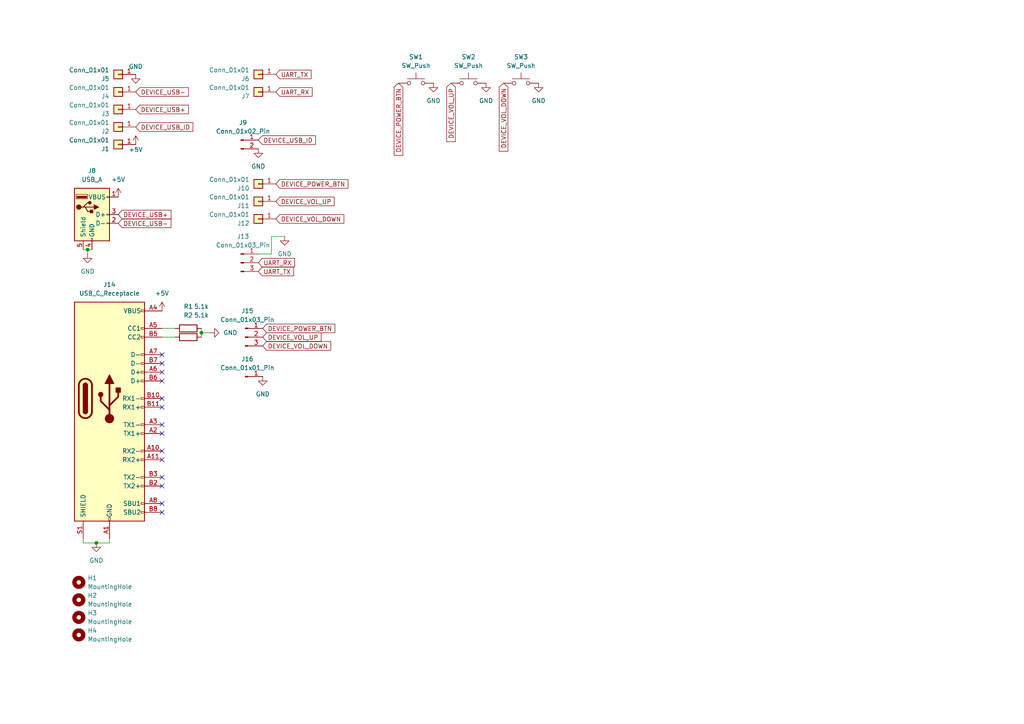
<source format=kicad_sch>
(kicad_sch (version 20250114) (generator "eeschema") (generator_version "9.0")
  (paper "A4")
  (lib_symbols
    (symbol "Connector:Conn_01x01_Pin" (pin_names (offset 1.016) (hide yes))
      (property "Reference" "J" (at 0 2.54 0))
      (property "Value" "Conn_01x01_Pin" (at 0 -2.54 0))
      (symbol "Conn_01x01_Pin_1_1"
        (rectangle (start 0.8636 0.127) (end 0 -0.127) (stroke (width 0.1524)) (fill (type outline)))
        (polyline (pts (xy 1.27 0) (xy 0.8636 0)) (stroke (width 0.1524)))
        (pin passive line (at 5.08 0 180) (length 3.81) (name "Pin_1") (number "1"))
      )
    )
    (symbol "Connector:Conn_01x02_Pin" (pin_names (offset 1.016) (hide yes))
      (property "Reference" "J" (at 0 2.54 0))
      (property "Value" "Conn_01x02_Pin" (at 0 -5.08 0))
      (symbol "Conn_01x02_Pin_1_1"
        (rectangle (start 0.8636 0.127) (end 0 -0.127) (stroke (width 0.1524)) (fill (type outline)))
        (rectangle (start 0.8636 -2.413) (end 0 -2.667) (stroke (width 0.1524)) (fill (type outline)))
        (polyline (pts (xy 1.27 0) (xy 0.8636 0)) (stroke (width 0.1524)))
        (polyline (pts (xy 1.27 -2.54) (xy 0.8636 -2.54)) (stroke (width 0.1524)))
        (pin passive line (at 5.08 0 180) (length 3.81) (name "Pin_1") (number "1"))
        (pin passive line (at 5.08 -2.54 180) (length 3.81) (name "Pin_2") (number "2"))
      )
    )
    (symbol "Connector:Conn_01x03_Pin" (pin_names (offset 1.016) (hide yes))
      (property "Reference" "J" (at 0 5.08 0))
      (property "Value" "Conn_01x03_Pin" (at 0 -5.08 0))
      (symbol "Conn_01x03_Pin_1_1"
        (rectangle (start 0.8636 2.667) (end 0 2.413) (stroke (width 0.1524)) (fill (type outline)))
        (rectangle (start 0.8636 0.127) (end 0 -0.127) (stroke (width 0.1524)) (fill (type outline)))
        (rectangle (start 0.8636 -2.413) (end 0 -2.667) (stroke (width 0.1524)) (fill (type outline)))
        (polyline (pts (xy 1.27 2.54) (xy 0.8636 2.54)) (stroke (width 0.1524)))
        (polyline (pts (xy 1.27 0) (xy 0.8636 0)) (stroke (width 0.1524)))
        (polyline (pts (xy 1.27 -2.54) (xy 0.8636 -2.54)) (stroke (width 0.1524)))
        (pin passive line (at 5.08 2.54 180) (length 3.81) (name "Pin_1") (number "1"))
        (pin passive line (at 5.08 0 180) (length 3.81) (name "Pin_2") (number "2"))
        (pin passive line (at 5.08 -2.54 180) (length 3.81) (name "Pin_3") (number "3"))
      )
    )
    (symbol "Connector:USB_A" (pin_names (offset 1.016))
      (property "Reference" "J" (at -5.08 11.43 0))
      (property "Value" "USB_A" (at -5.08 8.89 0))
      (symbol "USB_A_0_1"
        (rectangle (start -5.08 -7.62) (end 5.08 7.62) (stroke (width 0.254)) (fill (type background)))
        (circle (center -3.81 2.159) (radius 0.635) (stroke (width 0.254)) (fill (type outline)))
        (polyline (pts (xy -3.175 2.159) (xy -2.54 2.159) (xy -1.27 3.429) (xy -0.635 3.429)) (stroke (width 0.254)))
        (polyline (pts (xy -2.54 2.159) (xy -1.905 2.159) (xy -1.27 0.889) (xy 0 0.889)) (stroke (width 0.254)))
        (rectangle (start -1.524 4.826) (end -4.318 5.334) (fill (type outline)))
        (rectangle (start -1.27 4.572) (end -4.572 5.842))
        (circle (center -0.635 3.429) (radius 0.381) (stroke (width 0.254)) (fill (type outline)))
        (rectangle (start -0.127 -7.62) (end 0.127 -6.858))
        (rectangle (start 0.254 1.27) (end -0.508 0.508) (stroke (width 0.254)) (fill (type outline)))
        (polyline (pts (xy 0.635 2.794) (xy 0.635 1.524) (xy 1.905 2.159) (xy 0.635 2.794)) (stroke (width 0.254)) (fill (type outline)))
        (rectangle (start 5.08 4.953) (end 4.318 5.207))
        (rectangle (start 5.08 -0.127) (end 4.318 0.127))
        (rectangle (start 5.08 -2.667) (end 4.318 -2.413))
      )
      (symbol "USB_A_1_1"
        (polyline (pts (xy -1.905 2.159) (xy 0.635 2.159)) (stroke (width 0.254)))
        (pin passive line (at -2.54 -10.16 90) (length 2.54) (name "Shield") (number "5"))
        (pin power_in line (at 0 -10.16 90) (length 2.54) (name "GND") (number "4"))
        (pin power_in line (at 7.62 5.08 180) (length 2.54) (name "VBUS") (number "1"))
        (pin bidirectional line (at 7.62 0 180) (length 2.54) (name "D+") (number "3"))
        (pin bidirectional line (at 7.62 -2.54 180) (length 2.54) (name "D-") (number "2"))
      )
    )
    (symbol "Connector:USB_C_Receptacle" (pin_names (offset 1.016))
      (property "Reference" "J" (at -10.16 29.21 0))
      (property "Value" "USB_C_Receptacle" (at 10.16 29.21 0))
      (symbol "USB_C_Receptacle_0_0"
        (rectangle (start -0.254 -35.56) (end 0.254 -34.544))
        (rectangle (start 10.16 25.654) (end 9.144 25.146))
        (rectangle (start 10.16 20.574) (end 9.144 20.066))
        (rectangle (start 10.16 18.034) (end 9.144 17.526))
        (rectangle (start 10.16 12.954) (end 9.144 12.446))
        (rectangle (start 10.16 10.414) (end 9.144 9.906))
        (rectangle (start 10.16 7.874) (end 9.144 7.366))
        (rectangle (start 10.16 5.334) (end 9.144 4.826))
        (rectangle (start 10.16 0.254) (end 9.144 -0.254))
        (rectangle (start 10.16 -2.286) (end 9.144 -2.794))
        (rectangle (start 10.16 -7.366) (end 9.144 -7.874))
        (rectangle (start 10.16 -9.906) (end 9.144 -10.414))
        (rectangle (start 10.16 -14.986) (end 9.144 -15.494))
        (rectangle (start 10.16 -17.526) (end 9.144 -18.034))
        (rectangle (start 10.16 -22.606) (end 9.144 -23.114))
        (rectangle (start 10.16 -25.146) (end 9.144 -25.654))
        (rectangle (start 10.16 -30.226) (end 9.144 -30.734))
        (rectangle (start 10.16 -32.766) (end 9.144 -33.274))
      )
      (symbol "USB_C_Receptacle_0_1"
        (rectangle (start -10.16 27.94) (end 10.16 -35.56) (stroke (width 0.254)) (fill (type background)))
        (polyline (pts (xy -8.89 -3.81) (xy -8.89 3.81)) (stroke (width 0.508)))
        (rectangle (start -7.62 -3.81) (end -6.35 3.81) (stroke (width 0.254)) (fill (type outline)))
        (arc (start -7.62 3.81) (mid -6.985 4.4423) (end -6.35 3.81) (stroke (width 0.254)))
        (arc (start -7.62 3.81) (mid -6.985 4.4423) (end -6.35 3.81) (stroke (width 0.254)) (fill (type outline)))
        (arc (start -8.89 3.81) (mid -6.985 5.7067) (end -5.08 3.81) (stroke (width 0.508)))
        (arc (start -5.08 -3.81) (mid -6.985 -5.7067) (end -8.89 -3.81) (stroke (width 0.508)))
        (arc (start -6.35 -3.81) (mid -6.985 -4.4423) (end -7.62 -3.81) (stroke (width 0.254)))
        (arc (start -6.35 -3.81) (mid -6.985 -4.4423) (end -7.62 -3.81) (stroke (width 0.254)) (fill (type outline)))
        (polyline (pts (xy -5.08 3.81) (xy -5.08 -3.81)) (stroke (width 0.508)))
      )
      (symbol "USB_C_Receptacle_1_1"
        (circle (center -2.54 1.143) (radius 0.635) (stroke (width 0.254)) (fill (type outline)))
        (polyline (pts (xy -1.27 4.318) (xy 0 6.858) (xy 1.27 4.318) (xy -1.27 4.318)) (stroke (width 0.254)) (fill (type outline)))
        (polyline (pts (xy 0 -2.032) (xy 2.54 0.508) (xy 2.54 1.778)) (stroke (width 0.508)))
        (polyline (pts (xy 0 -3.302) (xy -2.54 -0.762) (xy -2.54 0.508)) (stroke (width 0.508)))
        (polyline (pts (xy 0 -5.842) (xy 0 4.318)) (stroke (width 0.508)))
        (circle (center 0 -5.842) (radius 1.27) (fill (type outline)))
        (rectangle (start 1.905 1.778) (end 3.175 3.048) (stroke (width 0.254)) (fill (type outline)))
        (pin passive line (at -7.62 -40.64 90) (length 5.08) (name "SHIELD") (number "S1"))
        (pin passive line (at 0 -40.64 90) (length 5.08) (name "GND") (number "A1"))
        (pin passive line (at 0 -40.64 90) (length 5.08) (hide yes) (name "GND") (number "A12"))
        (pin passive line (at 0 -40.64 90) (length 5.08) (hide yes) (name "GND") (number "B1"))
        (pin passive line (at 0 -40.64 90) (length 5.08) (hide yes) (name "GND") (number "B12"))
        (pin passive line (at 15.24 25.4 180) (length 5.08) (name "VBUS") (number "A4"))
        (pin passive line (at 15.24 25.4 180) (length 5.08) (hide yes) (name "VBUS") (number "A9"))
        (pin passive line (at 15.24 25.4 180) (length 5.08) (hide yes) (name "VBUS") (number "B4"))
        (pin passive line (at 15.24 25.4 180) (length 5.08) (hide yes) (name "VBUS") (number "B9"))
        (pin bidirectional line (at 15.24 20.32 180) (length 5.08) (name "CC1") (number "A5"))
        (pin bidirectional line (at 15.24 17.78 180) (length 5.08) (name "CC2") (number "B5"))
        (pin bidirectional line (at 15.24 12.7 180) (length 5.08) (name "D-") (number "A7"))
        (pin bidirectional line (at 15.24 10.16 180) (length 5.08) (name "D-") (number "B7"))
        (pin bidirectional line (at 15.24 7.62 180) (length 5.08) (name "D+") (number "A6"))
        (pin bidirectional line (at 15.24 5.08 180) (length 5.08) (name "D+") (number "B6"))
        (pin bidirectional line (at 15.24 0 180) (length 5.08) (name "RX1-") (number "B10"))
        (pin bidirectional line (at 15.24 -2.54 180) (length 5.08) (name "RX1+") (number "B11"))
        (pin bidirectional line (at 15.24 -7.62 180) (length 5.08) (name "TX1-") (number "A3"))
        (pin bidirectional line (at 15.24 -10.16 180) (length 5.08) (name "TX1+") (number "A2"))
        (pin bidirectional line (at 15.24 -15.24 180) (length 5.08) (name "RX2-") (number "A10"))
        (pin bidirectional line (at 15.24 -17.78 180) (length 5.08) (name "RX2+") (number "A11"))
        (pin bidirectional line (at 15.24 -22.86 180) (length 5.08) (name "TX2-") (number "B3"))
        (pin bidirectional line (at 15.24 -25.4 180) (length 5.08) (name "TX2+") (number "B2"))
        (pin bidirectional line (at 15.24 -30.48 180) (length 5.08) (name "SBU1") (number "A8"))
        (pin bidirectional line (at 15.24 -33.02 180) (length 5.08) (name "SBU2") (number "B8"))
      )
    )
    (symbol "Connector_Generic:Conn_01x01" (pin_names (offset 1.016) (hide yes))
      (property "Reference" "J" (at 0 2.54 0))
      (property "Value" "Conn_01x01" (at 0 -2.54 0))
      (symbol "Conn_01x01_1_1"
        (rectangle (start -1.27 1.27) (end 1.27 -1.27) (stroke (width 0.254)) (fill (type background)))
        (rectangle (start -1.27 0.127) (end 0 -0.127) (stroke (width 0.1524)))
        (pin passive line (at -5.08 0 0) (length 3.81) (name "Pin_1") (number "1"))
      )
    )
    (symbol "Device:R" (pin_numbers (hide yes)) (pin_names (offset 0))
      (property "Reference" "R" (at 2.032 0 90))
      (property "Value" "R" (at 0 0 90))
      (symbol "R_0_1"
        (rectangle (start -1.016 -2.54) (end 1.016 2.54) (stroke (width 0.254)))
      )
      (symbol "R_1_1"
        (pin passive line (at 0 3.81 270) (length 1.27) (name "~") (number "1"))
        (pin passive line (at 0 -3.81 90) (length 1.27) (name "~") (number "2"))
      )
    )
    (symbol "Mechanical:MountingHole" (pin_names (offset 1.016)) (in_bom no)
      (property "Reference" "H" (at 0 5.08 0))
      (property "Value" "MountingHole" (at 0 3.175 0))
      (symbol "MountingHole_0_1"
        (circle (center 0 0) (radius 1.27) (stroke (width 1.27)))
      )
    )
    (symbol "Switch:SW_Push" (pin_numbers (hide yes)) (pin_names (offset 1.016) (hide yes))
      (property "Reference" "SW" (at 1.27 2.54 0))
      (property "Value" "SW_Push" (at 0 -1.524 0))
      (symbol "SW_Push_0_1"
        (circle (center -2.032 0) (radius 0.508))
        (polyline (pts (xy 0 1.27) (xy 0 3.048)))
        (circle (center 2.032 0) (radius 0.508))
        (polyline (pts (xy 2.54 1.27) (xy -2.54 1.27)))
        (pin passive line (at -5.08 0 0) (length 2.54) (name "1") (number "1"))
        (pin passive line (at 5.08 0 180) (length 2.54) (name "2") (number "2"))
      )
    )
    (symbol "power:+5V" (power) (pin_numbers (hide yes)) (pin_names (offset 0) (hide yes))
      (property "Value" "+5V" (at 0 3.556 0))
      (symbol "+5V_0_1"
        (polyline (pts (xy -0.762 1.27) (xy 0 2.54)))
        (polyline (pts (xy 0 2.54) (xy 0.762 1.27)))
        (polyline (pts (xy 0 0) (xy 0 2.54)))
      )
      (symbol "+5V_1_1"
        (pin power_in line (at 0 0 90) (length 0) (name "~") (number "1"))
      )
    )
    (symbol "power:GND" (power) (pin_numbers (hide yes)) (pin_names (offset 0) (hide yes))
      (property "Value" "GND" (at 0 -3.81 0))
      (symbol "GND_0_1"
        (polyline (pts (xy 0 0) (xy 0 -1.27) (xy 1.27 -1.27) (xy 0 -2.54) (xy -1.27 -1.27) (xy 0 -1.27)))
      )
      (symbol "GND_1_1"
        (pin power_in line (at 0 0 270) (length 0) (name "~") (number "1"))
      )
    )
  )
  (junction (at 27.94 157.48))
  (junction (at 58.42 96.52))
  (junction (at 25.4 72.39))
  (no_connect (at 46.99 148.59))
  (no_connect (at 46.99 105.41))
  (no_connect (at 46.99 140.97))
  (no_connect (at 46.99 133.35))
  (no_connect (at 46.99 107.95))
  (no_connect (at 46.99 130.81))
  (no_connect (at 46.99 125.73))
  (no_connect (at 46.99 102.87))
  (no_connect (at 46.99 110.49))
  (no_connect (at 46.99 118.11))
  (no_connect (at 46.99 146.05))
  (no_connect (at 46.99 115.57))
  (no_connect (at 46.99 138.43))
  (no_connect (at 46.99 123.19))
  (wire (pts (xy 24.13 157.48) (xy 24.13 156.21)))
  (wire (pts (xy 25.4 72.39) (xy 26.67 72.39)))
  (wire (pts (xy 58.42 96.52) (xy 58.42 97.79)))
  (wire (pts (xy 24.13 72.39) (xy 25.4 72.39)))
  (wire (pts (xy 78.74 68.58) (xy 82.55 68.58)))
  (wire (pts (xy 60.96 96.52) (xy 58.42 96.52)))
  (wire (pts (xy 46.99 95.25) (xy 50.8 95.25)))
  (wire (pts (xy 58.42 96.52) (xy 58.42 95.25)))
  (wire (pts (xy 31.75 156.21) (xy 31.75 157.48)))
  (wire (pts (xy 46.99 97.79) (xy 50.8 97.79)))
  (wire (pts (xy 25.4 72.39) (xy 25.4 73.66)))
  (wire (pts (xy 74.93 73.66) (xy 78.74 73.66)))
  (wire (pts (xy 78.74 73.66) (xy 78.74 68.58)))
  (wire (pts (xy 27.94 157.48) (xy 24.13 157.48)))
  (wire (pts (xy 31.75 157.48) (xy 27.94 157.48)))
  (global_label "UART_TX" (shape input) (at 74.93 78.74 0) (property "Intersheetrefs" "${INTERSHEET_REFS}" (effects (hide yes))))
  (global_label "DEVICE_VOL_UP" (shape input) (at 76.2 97.79 0) (property "Intersheetrefs" "${INTERSHEET_REFS}" (effects (hide yes))))
  (global_label "DEVICE_USB+" (shape input) (at 39.37 31.75 0) (property "Intersheetrefs" "${INTERSHEET_REFS}" (effects (hide yes))))
  (global_label "DEVICE_USB+" (shape input) (at 34.29 62.23 0) (property "Intersheetrefs" "${INTERSHEET_REFS}" (effects (hide yes))))
  (global_label "DEVICE_POWER_BTN" (shape input) (at 80.01 53.34 0) (property "Intersheetrefs" "${INTERSHEET_REFS}" (effects (hide yes))))
  (global_label "DEVICE_VOL_UP" (shape input) (at 80.01 58.42 0) (property "Intersheetrefs" "${INTERSHEET_REFS}" (effects (hide yes))))
  (global_label "UART_RX" (shape input) (at 74.93 76.2 0) (property "Intersheetrefs" "${INTERSHEET_REFS}" (effects (hide yes))))
  (global_label "DEVICE_POWER_BTN" (shape input) (at 76.2 95.25 0) (property "Intersheetrefs" "${INTERSHEET_REFS}" (effects (hide yes))))
  (global_label "DEVICE_VOL_DOWN" (shape input) (at 146.05 24.13 270) (property "Intersheetrefs" "${INTERSHEET_REFS}" (effects (hide yes))))
  (global_label "DEVICE_VOL_DOWN" (shape input) (at 80.01 63.5 0) (property "Intersheetrefs" "${INTERSHEET_REFS}" (effects (hide yes))))
  (global_label "UART_RX" (shape input) (at 80.01 26.67 0) (property "Intersheetrefs" "${INTERSHEET_REFS}" (effects (hide yes))))
  (global_label "DEVICE_USB-" (shape input) (at 39.37 26.67 0) (property "Intersheetrefs" "${INTERSHEET_REFS}" (effects (hide yes))))
  (global_label "DEVICE_VOL_DOWN" (shape input) (at 76.2 100.33 0) (property "Intersheetrefs" "${INTERSHEET_REFS}" (effects (hide yes))))
  (global_label "DEVICE_USB-" (shape input) (at 34.29 64.77 0) (property "Intersheetrefs" "${INTERSHEET_REFS}" (effects (hide yes))))
  (global_label "DEVICE_USB_ID" (shape input) (at 39.37 36.83 0) (property "Intersheetrefs" "${INTERSHEET_REFS}" (effects (hide yes))))
  (global_label "UART_TX" (shape input) (at 80.01 21.59 0) (property "Intersheetrefs" "${INTERSHEET_REFS}" (effects (hide yes))))
  (global_label "DEVICE_VOL_UP" (shape input) (at 130.81 24.13 270) (property "Intersheetrefs" "${INTERSHEET_REFS}" (effects (hide yes))))
  (global_label "DEVICE_USB_ID" (shape input) (at 74.93 40.64 0) (property "Intersheetrefs" "${INTERSHEET_REFS}" (effects (hide yes))))
  (global_label "DEVICE_POWER_BTN" (shape input) (at 115.57 24.13 270) (property "Intersheetrefs" "${INTERSHEET_REFS}" (effects (hide yes))))
  (symbol (lib_id "power:GND") (at 74.93 43.18 0) (unit 1)
    (property "Reference" "#PWR05" (effects (hide yes)))
    (property "Value" "GND" (at 74.93 48.26 0))
    (property "Description" "Power symbol creates a global label with name \"GND\" , ground" (effects (hide yes)))
  )
  (symbol (lib_id "Device:R") (at 54.61 95.25 90) (unit 1)
    (property "Reference" "R1" (at 54.61 88.9 90))
    (property "Value" "5.1k" (at 58.42 88.9 90))
    (property "Footprint" "Resistor_SMD:R_1206_3216Metric_Pad1.30x1.75mm_HandSolder" (effects (hide yes)))
    (property "Description" "Resistor" (effects (hide yes)))
  )
  (symbol (lib_id "power:GND") (at 25.4 73.66 0) (unit 1)
    (property "Reference" "#PWR04" (effects (hide yes)))
    (property "Value" "GND" (at 25.4 78.74 0))
    (property "Description" "Power symbol creates a global label with name \"GND\" , ground" (effects (hide yes)))
  )
  (symbol (lib_id "Mechanical:MountingHole") (at 22.86 168.91 0) (unit 1) (in_bom no)
    (property "Reference" "H1" (at 25.4 167.6399 0) (effects (justify left)))
    (property "Value" "MountingHole" (at 25.4 170.1799 0) (effects (justify left)))
    (property "Footprint" "MountingHole:MountingHole_2.5mm" (effects (hide yes)))
    (property "Description" "Mounting Hole without connection" (effects (hide yes)))
  )
  (symbol (lib_id "power:GND") (at 60.96 96.52 90) (unit 1)
    (property "Reference" "#PWR011" (effects (hide yes)))
    (property "Value" "GND" (at 64.77 96.5199 90) (effects (justify right)))
    (property "Description" "Power symbol creates a global label with name \"GND\" , ground" (effects (hide yes)))
  )
  (symbol (lib_id "Connector:USB_C_Receptacle") (at 31.75 115.57 0) (unit 1)
    (property "Reference" "J14" (at 31.75 82.55 0))
    (property "Value" "USB_C_Receptacle" (at 31.75 85.09 0))
    (property "Footprint" "Connector_USB:USB_C_Receptacle_GCT_USB4105-xx-A_16P_TopMnt_Horizontal" (effects (hide yes)))
    (property "Datasheet" "https://www.usb.org/sites/default/files/documents/usb_type-c.zip" (effects (hide yes)))
    (property "Description" "USB Full-Featured Type-C Receptacle connector" (effects (hide yes)))
  )
  (symbol (lib_id "Connector_Generic:Conn_01x01") (at 74.93 63.5 180) (unit 1)
    (property "Reference" "J12" (at 72.39 64.7701 0) (effects (justify left)))
    (property "Value" "Conn_01x01" (at 72.39 62.2301 0) (effects (justify left)))
    (property "Footprint" "TestPoint:TestPoint_Pad_1.0x1.0mm" (effects (hide yes)))
    (property "Description" "Generic connector, single row, 01x01, script generated (kicad-library-utils/schlib/autogen/connector/)" (effects (hide yes)))
  )
  (symbol (lib_id "Connector:Conn_01x03_Pin") (at 71.12 97.79 0) (unit 1)
    (property "Reference" "J15" (at 71.755 90.17 0))
    (property "Value" "Conn_01x03_Pin" (at 71.755 92.71 0))
    (property "Footprint" "Connector_PinHeader_1.00mm:PinHeader_1x03_P1.00mm_Vertical" (effects (hide yes)))
    (property "Description" "Generic connector, single row, 01x03, script generated" (effects (hide yes)))
  )
  (symbol (lib_id "Connector_Generic:Conn_01x01") (at 34.29 21.59 180) (unit 1)
    (property "Reference" "J5" (at 31.75 22.8601 0) (effects (justify left)))
    (property "Value" "Conn_01x01" (at 31.75 20.3201 0) (effects (justify left)))
    (property "Footprint" "TestPoint:TestPoint_Pad_1.0x1.0mm" (effects (hide yes)))
    (property "Description" "Generic connector, single row, 01x01, script generated (kicad-library-utils/schlib/autogen/connector/)" (effects (hide yes)))
  )
  (symbol (lib_id "Mechanical:MountingHole") (at 22.86 184.15 0) (unit 1) (in_bom no)
    (property "Reference" "H4" (at 25.4 182.8799 0) (effects (justify left)))
    (property "Value" "MountingHole" (at 25.4 185.4199 0) (effects (justify left)))
    (property "Footprint" "MountingHole:MountingHole_2.5mm" (effects (hide yes)))
    (property "Description" "Mounting Hole without connection" (effects (hide yes)))
  )
  (symbol (lib_id "power:GND") (at 140.97 24.13 0) (unit 1)
    (property "Reference" "#PWR07" (effects (hide yes)))
    (property "Value" "GND" (at 140.97 29.21 0))
    (property "Description" "Power symbol creates a global label with name \"GND\" , ground" (effects (hide yes)))
  )
  (symbol (lib_id "Connector:USB_A") (at 26.67 62.23 0) (unit 1)
    (property "Reference" "J8" (at 26.67 49.53 0))
    (property "Value" "USB_A" (at 26.67 52.07 0))
    (property "Footprint" "Connector_USB:USB_A_Kycon_KUSBX-AS1N-B_Horizontal" (effects (hide yes)))
    (property "Description" "USB Type A connector" (effects (hide yes)))
  )
  (symbol (lib_id "Mechanical:MountingHole") (at 22.86 179.07 0) (unit 1) (in_bom no)
    (property "Reference" "H3" (at 25.4 177.7999 0) (effects (justify left)))
    (property "Value" "MountingHole" (at 25.4 180.3399 0) (effects (justify left)))
    (property "Footprint" "MountingHole:MountingHole_2.5mm" (effects (hide yes)))
    (property "Description" "Mounting Hole without connection" (effects (hide yes)))
  )
  (symbol (lib_id "power:+5V") (at 39.37 41.91 0) (unit 1)
    (property "Reference" "#PWR02" (effects (hide yes)))
    (property "Value" "+5V" (at 39.37 43.434 0))
    (property "Description" "Power symbol creates a global label with name \"+5V\"" (effects (hide yes)))
  )
  (symbol (lib_id "Connector:Conn_01x01_Pin") (at 71.12 109.22 0) (unit 1)
    (property "Reference" "J16" (at 71.755 104.14 0))
    (property "Value" "Conn_01x01_Pin" (at 71.755 106.68 0))
    (property "Footprint" "Connector_PinHeader_1.00mm:PinHeader_1x01_P1.00mm_Vertical" (effects (hide yes)))
    (property "Description" "Generic connector, single row, 01x01, script generated" (effects (hide yes)))
  )
  (symbol (lib_id "power:GND") (at 27.94 157.48 0) (unit 1)
    (property "Reference" "#PWR09" (effects (hide yes)))
    (property "Value" "GND" (at 27.94 162.56 0))
    (property "Description" "Power symbol creates a global label with name \"GND\" , ground" (effects (hide yes)))
  )
  (symbol (lib_id "Connector_Generic:Conn_01x01") (at 74.93 21.59 180) (unit 1)
    (property "Reference" "J6" (at 72.39 22.8601 0) (effects (justify left)))
    (property "Value" "Conn_01x01" (at 72.39 20.3201 0) (effects (justify left)))
    (property "Footprint" "TestPoint:TestPoint_Pad_1.0x1.0mm" (effects (hide yes)))
    (property "Description" "Generic connector, single row, 01x01, script generated (kicad-library-utils/schlib/autogen/connector/)" (effects (hide yes)))
  )
  (symbol (lib_id "Switch:SW_Push") (at 120.65 24.13 0) (unit 1)
    (property "Reference" "SW1" (at 120.65 16.51 0))
    (property "Value" "SW_Push" (at 120.65 19.05 0))
    (property "Footprint" "Button_Switch_THT:SW_PUSH-12mm" (effects (hide yes)))
    (property "Description" "Push button switch, generic, two pins" (effects (hide yes)))
  )
  (symbol (lib_id "power:GND") (at 156.21 24.13 0) (unit 1)
    (property "Reference" "#PWR08" (effects (hide yes)))
    (property "Value" "GND" (at 156.21 29.21 0))
    (property "Description" "Power symbol creates a global label with name \"GND\" , ground" (effects (hide yes)))
  )
  (symbol (lib_id "power:GND") (at 76.2 109.22 0) (unit 1)
    (property "Reference" "#PWR013" (effects (hide yes)))
    (property "Value" "GND" (at 76.2 114.3 0))
    (property "Description" "Power symbol creates a global label with name \"GND\" , ground" (effects (hide yes)))
  )
  (symbol (lib_id "Connector:Conn_01x03_Pin") (at 69.85 76.2 0) (unit 1)
    (property "Reference" "J13" (at 70.485 68.58 0))
    (property "Value" "Conn_01x03_Pin" (at 70.485 71.12 0))
    (property "Footprint" "Connector_PinHeader_1.00mm:PinHeader_1x03_P1.00mm_Vertical" (effects (hide yes)))
    (property "Description" "Generic connector, single row, 01x03, script generated" (effects (hide yes)))
  )
  (symbol (lib_id "power:GND") (at 39.37 21.59 0) (unit 1)
    (property "Reference" "#PWR01" (effects (hide yes)))
    (property "Value" "GND" (at 39.37 19.304 0))
    (property "Description" "Power symbol creates a global label with name \"GND\" , ground" (effects (hide yes)))
  )
  (symbol (lib_id "Switch:SW_Push") (at 135.89 24.13 0) (unit 1)
    (property "Reference" "SW2" (at 135.89 16.51 0))
    (property "Value" "SW_Push" (at 135.89 19.05 0))
    (property "Footprint" "Button_Switch_THT:SW_PUSH-12mm" (effects (hide yes)))
    (property "Description" "Push button switch, generic, two pins" (effects (hide yes)))
  )
  (symbol (lib_id "power:GND") (at 125.73 24.13 0) (unit 1)
    (property "Reference" "#PWR06" (effects (hide yes)))
    (property "Value" "GND" (at 125.73 29.21 0))
    (property "Description" "Power symbol creates a global label with name \"GND\" , ground" (effects (hide yes)))
  )
  (symbol (lib_id "Connector_Generic:Conn_01x01") (at 34.29 41.91 180) (unit 1)
    (property "Reference" "J1" (at 31.75 43.1801 0) (effects (justify left)))
    (property "Value" "Conn_01x01" (at 31.75 40.6401 0) (effects (justify left)))
    (property "Footprint" "TestPoint:TestPoint_Pad_1.0x1.0mm" (effects (hide yes)))
    (property "Description" "Generic connector, single row, 01x01, script generated (kicad-library-utils/schlib/autogen/connector/)" (effects (hide yes)))
  )
  (symbol (lib_id "power:+5V") (at 34.29 57.15 0) (unit 1)
    (property "Reference" "#PWR03" (effects (hide yes)))
    (property "Value" "+5V" (at 34.29 52.07 0))
    (property "Description" "Power symbol creates a global label with name \"+5V\"" (effects (hide yes)))
  )
  (symbol (lib_id "power:GND") (at 82.55 68.58 0) (unit 1)
    (property "Reference" "#PWR012" (effects (hide yes)))
    (property "Value" "GND" (at 82.55 73.66 0))
    (property "Description" "Power symbol creates a global label with name \"GND\" , ground" (effects (hide yes)))
  )
  (symbol (lib_id "Connector_Generic:Conn_01x01") (at 34.29 31.75 180) (unit 1)
    (property "Reference" "J3" (at 31.75 33.0201 0) (effects (justify left)))
    (property "Value" "Conn_01x01" (at 31.75 30.4801 0) (effects (justify left)))
    (property "Footprint" "TestPoint:TestPoint_Pad_1.0x1.0mm" (effects (hide yes)))
    (property "Description" "Generic connector, single row, 01x01, script generated (kicad-library-utils/schlib/autogen/connector/)" (effects (hide yes)))
  )
  (symbol (lib_id "Device:R") (at 54.61 97.79 90) (unit 1)
    (property "Reference" "R2" (at 54.61 91.44 90))
    (property "Value" "5.1k" (at 58.42 91.44 90))
    (property "Footprint" "Resistor_SMD:R_1206_3216Metric_Pad1.30x1.75mm_HandSolder" (effects (hide yes)))
    (property "Description" "Resistor" (effects (hide yes)))
  )
  (symbol (lib_id "Connector_Generic:Conn_01x01") (at 74.93 26.67 180) (unit 1)
    (property "Reference" "J7" (at 72.39 27.9401 0) (effects (justify left)))
    (property "Value" "Conn_01x01" (at 72.39 25.4001 0) (effects (justify left)))
    (property "Footprint" "TestPoint:TestPoint_Pad_1.0x1.0mm" (effects (hide yes)))
    (property "Description" "Generic connector, single row, 01x01, script generated (kicad-library-utils/schlib/autogen/connector/)" (effects (hide yes)))
  )
  (symbol (lib_id "Connector_Generic:Conn_01x01") (at 34.29 36.83 180) (unit 1)
    (property "Reference" "J2" (at 31.75 38.1001 0) (effects (justify left)))
    (property "Value" "Conn_01x01" (at 31.75 35.5601 0) (effects (justify left)))
    (property "Footprint" "TestPoint:TestPoint_Pad_1.0x1.0mm" (effects (hide yes)))
    (property "Description" "Generic connector, single row, 01x01, script generated (kicad-library-utils/schlib/autogen/connector/)" (effects (hide yes)))
  )
  (symbol (lib_id "Connector_Generic:Conn_01x01") (at 34.29 26.67 180) (unit 1)
    (property "Reference" "J4" (at 31.75 27.9401 0) (effects (justify left)))
    (property "Value" "Conn_01x01" (at 31.75 25.4001 0) (effects (justify left)))
    (property "Footprint" "TestPoint:TestPoint_Pad_1.0x1.0mm" (effects (hide yes)))
    (property "Description" "Generic connector, single row, 01x01, script generated (kicad-library-utils/schlib/autogen/connector/)" (effects (hide yes)))
  )
  (symbol (lib_id "Mechanical:MountingHole") (at 22.86 173.99 0) (unit 1) (in_bom no)
    (property "Reference" "H2" (at 25.4 172.7199 0) (effects (justify left)))
    (property "Value" "MountingHole" (at 25.4 175.2599 0) (effects (justify left)))
    (property "Footprint" "MountingHole:MountingHole_2.5mm" (effects (hide yes)))
    (property "Description" "Mounting Hole without connection" (effects (hide yes)))
  )
  (symbol (lib_id "Connector_Generic:Conn_01x01") (at 74.93 53.34 180) (unit 1)
    (property "Reference" "J10" (at 72.39 54.6101 0) (effects (justify left)))
    (property "Value" "Conn_01x01" (at 72.39 52.0701 0) (effects (justify left)))
    (property "Footprint" "TestPoint:TestPoint_Pad_1.0x1.0mm" (effects (hide yes)))
    (property "Description" "Generic connector, single row, 01x01, script generated (kicad-library-utils/schlib/autogen/connector/)" (effects (hide yes)))
  )
  (symbol (lib_id "Connector:Conn_01x02_Pin") (at 69.85 40.64 0) (unit 1)
    (property "Reference" "J9" (at 70.485 35.56 0))
    (property "Value" "Conn_01x02_Pin" (at 70.485 38.1 0))
    (property "Footprint" "Connector_PinHeader_1.00mm:PinHeader_1x02_P1.00mm_Vertical" (effects (hide yes)))
    (property "Description" "Generic connector, single row, 01x02, script generated" (effects (hide yes)))
  )
  (symbol (lib_id "power:+5V") (at 46.99 90.17 0) (unit 1)
    (property "Reference" "#PWR010" (effects (hide yes)))
    (property "Value" "+5V" (at 46.99 85.09 0))
    (property "Description" "Power symbol creates a global label with name \"+5V\"" (effects (hide yes)))
  )
  (symbol (lib_id "Switch:SW_Push") (at 151.13 24.13 0) (unit 1)
    (property "Reference" "SW3" (at 151.13 16.51 0))
    (property "Value" "SW_Push" (at 151.13 19.05 0))
    (property "Footprint" "Button_Switch_THT:SW_PUSH-12mm" (effects (hide yes)))
    (property "Description" "Push button switch, generic, two pins" (effects (hide yes)))
  )
  (symbol (lib_id "Connector_Generic:Conn_01x01") (at 74.93 58.42 180) (unit 1)
    (property "Reference" "J11" (at 72.39 59.6901 0) (effects (justify left)))
    (property "Value" "Conn_01x01" (at 72.39 57.1501 0) (effects (justify left)))
    (property "Footprint" "TestPoint:TestPoint_Pad_1.0x1.0mm" (effects (hide yes)))
    (property "Description" "Generic connector, single row, 01x01, script generated (kicad-library-utils/schlib/autogen/connector/)" (effects (hide yes)))
  )
)
</source>
